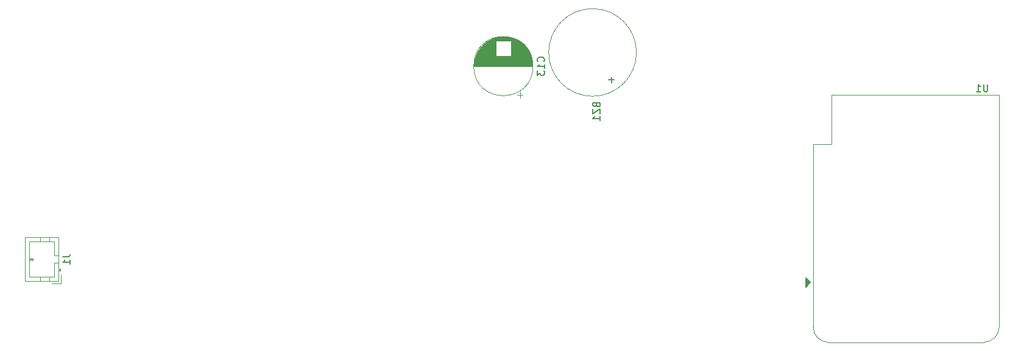
<source format=gbr>
%TF.GenerationSoftware,KiCad,Pcbnew,9.0.3-9.0.3-0~ubuntu24.04.1*%
%TF.CreationDate,2025-09-29T22:24:15+02:00*%
%TF.ProjectId,ColorMemo,436f6c6f-724d-4656-9d6f-2e6b69636164,rev?*%
%TF.SameCoordinates,Original*%
%TF.FileFunction,Legend,Bot*%
%TF.FilePolarity,Positive*%
%FSLAX46Y46*%
G04 Gerber Fmt 4.6, Leading zero omitted, Abs format (unit mm)*
G04 Created by KiCad (PCBNEW 9.0.3-9.0.3-0~ubuntu24.04.1) date 2025-09-29 22:24:15*
%MOMM*%
%LPD*%
G01*
G04 APERTURE LIST*
%ADD10C,0.150000*%
%ADD11C,0.120000*%
G04 APERTURE END LIST*
D10*
X54354819Y-88666666D02*
X55069104Y-88666666D01*
X55069104Y-88666666D02*
X55211961Y-88619047D01*
X55211961Y-88619047D02*
X55307200Y-88523809D01*
X55307200Y-88523809D02*
X55354819Y-88380952D01*
X55354819Y-88380952D02*
X55354819Y-88285714D01*
X55354819Y-89666666D02*
X55354819Y-89095238D01*
X55354819Y-89380952D02*
X54354819Y-89380952D01*
X54354819Y-89380952D02*
X54497676Y-89285714D01*
X54497676Y-89285714D02*
X54592914Y-89190476D01*
X54592914Y-89190476D02*
X54640533Y-89095238D01*
X182916904Y-64644819D02*
X182916904Y-65454342D01*
X182916904Y-65454342D02*
X182869285Y-65549580D01*
X182869285Y-65549580D02*
X182821666Y-65597200D01*
X182821666Y-65597200D02*
X182726428Y-65644819D01*
X182726428Y-65644819D02*
X182535952Y-65644819D01*
X182535952Y-65644819D02*
X182440714Y-65597200D01*
X182440714Y-65597200D02*
X182393095Y-65549580D01*
X182393095Y-65549580D02*
X182345476Y-65454342D01*
X182345476Y-65454342D02*
X182345476Y-64644819D01*
X181345476Y-65644819D02*
X181916904Y-65644819D01*
X181631190Y-65644819D02*
X181631190Y-64644819D01*
X181631190Y-64644819D02*
X181726428Y-64787676D01*
X181726428Y-64787676D02*
X181821666Y-64882914D01*
X181821666Y-64882914D02*
X181916904Y-64930533D01*
X128531009Y-67519047D02*
X128578628Y-67661904D01*
X128578628Y-67661904D02*
X128626247Y-67709523D01*
X128626247Y-67709523D02*
X128721485Y-67757142D01*
X128721485Y-67757142D02*
X128864342Y-67757142D01*
X128864342Y-67757142D02*
X128959580Y-67709523D01*
X128959580Y-67709523D02*
X129007200Y-67661904D01*
X129007200Y-67661904D02*
X129054819Y-67566666D01*
X129054819Y-67566666D02*
X129054819Y-67185714D01*
X129054819Y-67185714D02*
X128054819Y-67185714D01*
X128054819Y-67185714D02*
X128054819Y-67519047D01*
X128054819Y-67519047D02*
X128102438Y-67614285D01*
X128102438Y-67614285D02*
X128150057Y-67661904D01*
X128150057Y-67661904D02*
X128245295Y-67709523D01*
X128245295Y-67709523D02*
X128340533Y-67709523D01*
X128340533Y-67709523D02*
X128435771Y-67661904D01*
X128435771Y-67661904D02*
X128483390Y-67614285D01*
X128483390Y-67614285D02*
X128531009Y-67519047D01*
X128531009Y-67519047D02*
X128531009Y-67185714D01*
X128054819Y-68090476D02*
X128054819Y-68757142D01*
X128054819Y-68757142D02*
X129054819Y-68090476D01*
X129054819Y-68090476D02*
X129054819Y-68757142D01*
X129054819Y-69661904D02*
X129054819Y-69090476D01*
X129054819Y-69376190D02*
X128054819Y-69376190D01*
X128054819Y-69376190D02*
X128197676Y-69280952D01*
X128197676Y-69280952D02*
X128292914Y-69185714D01*
X128292914Y-69185714D02*
X128340533Y-69090476D01*
X130613866Y-63629048D02*
X130613866Y-64390953D01*
X130994819Y-64010000D02*
X130232914Y-64010000D01*
X121209580Y-61457142D02*
X121257200Y-61409523D01*
X121257200Y-61409523D02*
X121304819Y-61266666D01*
X121304819Y-61266666D02*
X121304819Y-61171428D01*
X121304819Y-61171428D02*
X121257200Y-61028571D01*
X121257200Y-61028571D02*
X121161961Y-60933333D01*
X121161961Y-60933333D02*
X121066723Y-60885714D01*
X121066723Y-60885714D02*
X120876247Y-60838095D01*
X120876247Y-60838095D02*
X120733390Y-60838095D01*
X120733390Y-60838095D02*
X120542914Y-60885714D01*
X120542914Y-60885714D02*
X120447676Y-60933333D01*
X120447676Y-60933333D02*
X120352438Y-61028571D01*
X120352438Y-61028571D02*
X120304819Y-61171428D01*
X120304819Y-61171428D02*
X120304819Y-61266666D01*
X120304819Y-61266666D02*
X120352438Y-61409523D01*
X120352438Y-61409523D02*
X120400057Y-61457142D01*
X121304819Y-62409523D02*
X121304819Y-61838095D01*
X121304819Y-62123809D02*
X120304819Y-62123809D01*
X120304819Y-62123809D02*
X120447676Y-62028571D01*
X120447676Y-62028571D02*
X120542914Y-61933333D01*
X120542914Y-61933333D02*
X120590533Y-61838095D01*
X120304819Y-62742857D02*
X120304819Y-63361904D01*
X120304819Y-63361904D02*
X120685771Y-63028571D01*
X120685771Y-63028571D02*
X120685771Y-63171428D01*
X120685771Y-63171428D02*
X120733390Y-63266666D01*
X120733390Y-63266666D02*
X120781009Y-63314285D01*
X120781009Y-63314285D02*
X120876247Y-63361904D01*
X120876247Y-63361904D02*
X121114342Y-63361904D01*
X121114342Y-63361904D02*
X121209580Y-63314285D01*
X121209580Y-63314285D02*
X121257200Y-63266666D01*
X121257200Y-63266666D02*
X121304819Y-63171428D01*
X121304819Y-63171428D02*
X121304819Y-62885714D01*
X121304819Y-62885714D02*
X121257200Y-62790476D01*
X121257200Y-62790476D02*
X121209580Y-62742857D01*
D11*
%TO.C,J1*%
X54110000Y-92360000D02*
X52860000Y-92360000D01*
X53810000Y-92060000D02*
X49090000Y-92060000D01*
X52500000Y-92060000D02*
X52500000Y-91450000D01*
X51200000Y-92060000D02*
X51200000Y-91450000D01*
X49090000Y-92060000D02*
X49090000Y-85940000D01*
X53200000Y-91450000D02*
X49700000Y-91450000D01*
X49700000Y-91450000D02*
X49700000Y-86550000D01*
X54110000Y-91110000D02*
X54110000Y-92360000D01*
X54010000Y-90600000D02*
X53810000Y-90600000D01*
X54010000Y-90300000D02*
X54010000Y-90600000D01*
X53910000Y-90300000D02*
X53910000Y-90600000D01*
X53810000Y-90300000D02*
X54010000Y-90300000D01*
X53810000Y-89500000D02*
X53200000Y-89500000D01*
X53200000Y-89500000D02*
X53200000Y-91450000D01*
X50200000Y-89100000D02*
X50200000Y-88900000D01*
X49700000Y-89100000D02*
X50200000Y-89100000D01*
X49700000Y-89000000D02*
X50200000Y-89000000D01*
X50200000Y-88900000D02*
X49700000Y-88900000D01*
X53200000Y-88500000D02*
X53810000Y-88500000D01*
X53200000Y-86550000D02*
X53200000Y-88500000D01*
X49700000Y-86550000D02*
X53200000Y-86550000D01*
X53810000Y-85940000D02*
X53810000Y-92060000D01*
X52500000Y-85940000D02*
X52500000Y-86550000D01*
X51200000Y-85940000D02*
X51200000Y-86550000D01*
X49090000Y-85940000D02*
X53810000Y-85940000D01*
%TO.C,U1*%
X158655000Y-72970000D02*
X158655000Y-98400000D01*
X158655000Y-72970000D02*
X161195000Y-72970000D01*
X161195000Y-66070000D02*
X184515000Y-66070000D01*
X161195000Y-72970000D02*
X161195000Y-66070000D01*
X182395000Y-100530000D02*
X160785000Y-100530000D01*
X184515000Y-66070000D02*
X184515000Y-98400000D01*
X160785000Y-100530000D02*
G75*
G02*
X158655000Y-98400000I2J2130002D01*
G01*
X184515000Y-98400000D02*
G75*
G02*
X182385000Y-100530000I-2130000J0D01*
G01*
D10*
X158250000Y-92190000D02*
X157615000Y-92825000D01*
X157615000Y-91555000D01*
X158250000Y-92190000D01*
G36*
X158250000Y-92190000D02*
G01*
X157615000Y-92825000D01*
X157615000Y-91555000D01*
X158250000Y-92190000D01*
G37*
D11*
%TO.C,BZ1*%
X134100000Y-60200000D02*
G75*
G02*
X121900000Y-60200000I-6100000J0D01*
G01*
X121900000Y-60200000D02*
G75*
G02*
X134100000Y-60200000I6100000J0D01*
G01*
%TO.C,C13*%
X114560000Y-58580000D02*
X113499000Y-58580000D01*
X114560000Y-58620000D02*
X113435000Y-58620000D01*
X114560000Y-58660000D02*
X113373000Y-58660000D01*
X114560000Y-58700000D02*
X113313000Y-58700000D01*
X114560000Y-58740000D02*
X113256000Y-58740000D01*
X114560000Y-58780000D02*
X113200000Y-58780000D01*
X114560000Y-58820000D02*
X113147000Y-58820000D01*
X114560000Y-58860000D02*
X113095000Y-58860000D01*
X114560000Y-58900000D02*
X113045000Y-58900000D01*
X114560000Y-58940000D02*
X112996000Y-58940000D01*
X114560000Y-58980000D02*
X112949000Y-58980000D01*
X114560000Y-59020000D02*
X112904000Y-59020000D01*
X114560000Y-59060000D02*
X112859000Y-59060000D01*
X114560000Y-59100000D02*
X112816000Y-59100000D01*
X114560000Y-59140000D02*
X112774000Y-59140000D01*
X114560000Y-59180000D02*
X112733000Y-59180000D01*
X114560000Y-59220000D02*
X112694000Y-59220000D01*
X114560000Y-59260000D02*
X112655000Y-59260000D01*
X114560000Y-59300000D02*
X112618000Y-59300000D01*
X114560000Y-59340000D02*
X112581000Y-59340000D01*
X114560000Y-59380000D02*
X112545000Y-59380000D01*
X114560000Y-59420000D02*
X112511000Y-59420000D01*
X114560000Y-59460000D02*
X112477000Y-59460000D01*
X114560000Y-59500000D02*
X112444000Y-59500000D01*
X114560000Y-59540000D02*
X112412000Y-59540000D01*
X114560000Y-59580000D02*
X112381000Y-59580000D01*
X114560000Y-59620000D02*
X112350000Y-59620000D01*
X114560000Y-59660000D02*
X112320000Y-59660000D01*
X114560000Y-59700000D02*
X112291000Y-59700000D01*
X114560000Y-59740000D02*
X112263000Y-59740000D01*
X114560000Y-59780000D02*
X112235000Y-59780000D01*
X114560000Y-59820000D02*
X112208000Y-59820000D01*
X114560000Y-59860000D02*
X112182000Y-59860000D01*
X114560000Y-59900000D02*
X112157000Y-59900000D01*
X114560000Y-59940000D02*
X112132000Y-59940000D01*
X114560000Y-59980000D02*
X112107000Y-59980000D01*
X114560000Y-60020000D02*
X112084000Y-60020000D01*
X114560000Y-60060000D02*
X112061000Y-60060000D01*
X114560000Y-60100000D02*
X112038000Y-60100000D01*
X114560000Y-60140000D02*
X112016000Y-60140000D01*
X114560000Y-60180000D02*
X111995000Y-60180000D01*
X114560000Y-60220000D02*
X111974000Y-60220000D01*
X114560000Y-60260000D02*
X111954000Y-60260000D01*
X114560000Y-60300000D02*
X111934000Y-60300000D01*
X114560000Y-60340000D02*
X111915000Y-60340000D01*
X114560000Y-60380000D02*
X111896000Y-60380000D01*
X114560000Y-60420000D02*
X111878000Y-60420000D01*
X114560000Y-60460000D02*
X111860000Y-60460000D01*
X114560000Y-60500000D02*
X111843000Y-60500000D01*
X114560000Y-60540000D02*
X111827000Y-60540000D01*
X114560000Y-60580000D02*
X111811000Y-60580000D01*
X114560000Y-60620000D02*
X111795000Y-60620000D01*
X116133000Y-58020000D02*
X115067000Y-58020000D01*
X116368000Y-58060000D02*
X114832000Y-58060000D01*
X116547000Y-58100000D02*
X114653000Y-58100000D01*
X116697000Y-58140000D02*
X114503000Y-58140000D01*
X116828000Y-58180000D02*
X114372000Y-58180000D01*
X116946000Y-58220000D02*
X114254000Y-58220000D01*
X117053000Y-58260000D02*
X114147000Y-58260000D01*
X117152000Y-58300000D02*
X114048000Y-58300000D01*
X117244000Y-58340000D02*
X113956000Y-58340000D01*
X117331000Y-58380000D02*
X113869000Y-58380000D01*
X117413000Y-58420000D02*
X113787000Y-58420000D01*
X117490000Y-58460000D02*
X113710000Y-58460000D01*
X117564000Y-58500000D02*
X113636000Y-58500000D01*
X117634000Y-58540000D02*
X113566000Y-58540000D01*
X117701000Y-58580000D02*
X116640000Y-58580000D01*
X117765000Y-58620000D02*
X116640000Y-58620000D01*
X117827000Y-58660000D02*
X116640000Y-58660000D01*
X117887000Y-58700000D02*
X116640000Y-58700000D01*
X117915000Y-66509698D02*
X117915000Y-65709698D01*
X117944000Y-58740000D02*
X116640000Y-58740000D01*
X118000000Y-58780000D02*
X116640000Y-58780000D01*
X118053000Y-58820000D02*
X116640000Y-58820000D01*
X118105000Y-58860000D02*
X116640000Y-58860000D01*
X118155000Y-58900000D02*
X116640000Y-58900000D01*
X118204000Y-58940000D02*
X116640000Y-58940000D01*
X118251000Y-58980000D02*
X116640000Y-58980000D01*
X118296000Y-59020000D02*
X116640000Y-59020000D01*
X118315000Y-66109698D02*
X117515000Y-66109698D01*
X118341000Y-59060000D02*
X116640000Y-59060000D01*
X118384000Y-59100000D02*
X116640000Y-59100000D01*
X118426000Y-59140000D02*
X116640000Y-59140000D01*
X118467000Y-59180000D02*
X116640000Y-59180000D01*
X118506000Y-59220000D02*
X116640000Y-59220000D01*
X118545000Y-59260000D02*
X116640000Y-59260000D01*
X118582000Y-59300000D02*
X116640000Y-59300000D01*
X118619000Y-59340000D02*
X116640000Y-59340000D01*
X118655000Y-59380000D02*
X116640000Y-59380000D01*
X118689000Y-59420000D02*
X116640000Y-59420000D01*
X118723000Y-59460000D02*
X116640000Y-59460000D01*
X118756000Y-59500000D02*
X116640000Y-59500000D01*
X118788000Y-59540000D02*
X116640000Y-59540000D01*
X118819000Y-59580000D02*
X116640000Y-59580000D01*
X118850000Y-59620000D02*
X116640000Y-59620000D01*
X118880000Y-59660000D02*
X116640000Y-59660000D01*
X118909000Y-59700000D02*
X116640000Y-59700000D01*
X118937000Y-59740000D02*
X116640000Y-59740000D01*
X118965000Y-59780000D02*
X116640000Y-59780000D01*
X118992000Y-59820000D02*
X116640000Y-59820000D01*
X119018000Y-59860000D02*
X116640000Y-59860000D01*
X119043000Y-59900000D02*
X116640000Y-59900000D01*
X119068000Y-59940000D02*
X116640000Y-59940000D01*
X119093000Y-59980000D02*
X116640000Y-59980000D01*
X119116000Y-60020000D02*
X116640000Y-60020000D01*
X119139000Y-60060000D02*
X116640000Y-60060000D01*
X119162000Y-60100000D02*
X116640000Y-60100000D01*
X119184000Y-60140000D02*
X116640000Y-60140000D01*
X119205000Y-60180000D02*
X116640000Y-60180000D01*
X119226000Y-60220000D02*
X116640000Y-60220000D01*
X119246000Y-60260000D02*
X116640000Y-60260000D01*
X119266000Y-60300000D02*
X116640000Y-60300000D01*
X119285000Y-60340000D02*
X116640000Y-60340000D01*
X119304000Y-60380000D02*
X116640000Y-60380000D01*
X119322000Y-60420000D02*
X116640000Y-60420000D01*
X119340000Y-60460000D02*
X116640000Y-60460000D01*
X119357000Y-60500000D02*
X116640000Y-60500000D01*
X119373000Y-60540000D02*
X116640000Y-60540000D01*
X119389000Y-60580000D02*
X116640000Y-60580000D01*
X119405000Y-60620000D02*
X116640000Y-60620000D01*
X119420000Y-60660000D02*
X111780000Y-60660000D01*
X119435000Y-60700000D02*
X111765000Y-60700000D01*
X119449000Y-60740000D02*
X111751000Y-60740000D01*
X119463000Y-60780000D02*
X111737000Y-60780000D01*
X119476000Y-60820000D02*
X111724000Y-60820000D01*
X119489000Y-60860000D02*
X111711000Y-60860000D01*
X119501000Y-60900000D02*
X111699000Y-60900000D01*
X119513000Y-60940000D02*
X111687000Y-60940000D01*
X119525000Y-60980000D02*
X111675000Y-60980000D01*
X119536000Y-61020000D02*
X111664000Y-61020000D01*
X119547000Y-61060000D02*
X111653000Y-61060000D01*
X119557000Y-61100000D02*
X111643000Y-61100000D01*
X119567000Y-61140000D02*
X111633000Y-61140000D01*
X119576000Y-61180000D02*
X111624000Y-61180000D01*
X119585000Y-61220000D02*
X111615000Y-61220000D01*
X119593000Y-61260000D02*
X111607000Y-61260000D01*
X119602000Y-61300000D02*
X111598000Y-61300000D01*
X119609000Y-61340000D02*
X111591000Y-61340000D01*
X119617000Y-61380000D02*
X111583000Y-61380000D01*
X119623000Y-61420000D02*
X111577000Y-61420000D01*
X119630000Y-61460000D02*
X111570000Y-61460000D01*
X119636000Y-61500000D02*
X111564000Y-61500000D01*
X119642000Y-61540000D02*
X111558000Y-61540000D01*
X119647000Y-61580000D02*
X111553000Y-61580000D01*
X119652000Y-61620000D02*
X111548000Y-61620000D01*
X119656000Y-61660000D02*
X111544000Y-61660000D01*
X119661000Y-61700000D02*
X111539000Y-61700000D01*
X119664000Y-61740000D02*
X111536000Y-61740000D01*
X119668000Y-61780000D02*
X111532000Y-61780000D01*
X119670000Y-61820000D02*
X111530000Y-61820000D01*
X119673000Y-61860000D02*
X111527000Y-61860000D01*
X119675000Y-61900000D02*
X111525000Y-61900000D01*
X119677000Y-61940000D02*
X111523000Y-61940000D01*
X119678000Y-61980000D02*
X111522000Y-61980000D01*
X119679000Y-62020000D02*
X111521000Y-62020000D01*
X119680000Y-62060000D02*
X111520000Y-62060000D01*
X119680000Y-62100000D02*
X111520000Y-62100000D01*
X119720000Y-62100000D02*
G75*
G02*
X111480000Y-62100000I-4120000J0D01*
G01*
X111480000Y-62100000D02*
G75*
G02*
X119720000Y-62100000I4120000J0D01*
G01*
%TD*%
M02*

</source>
